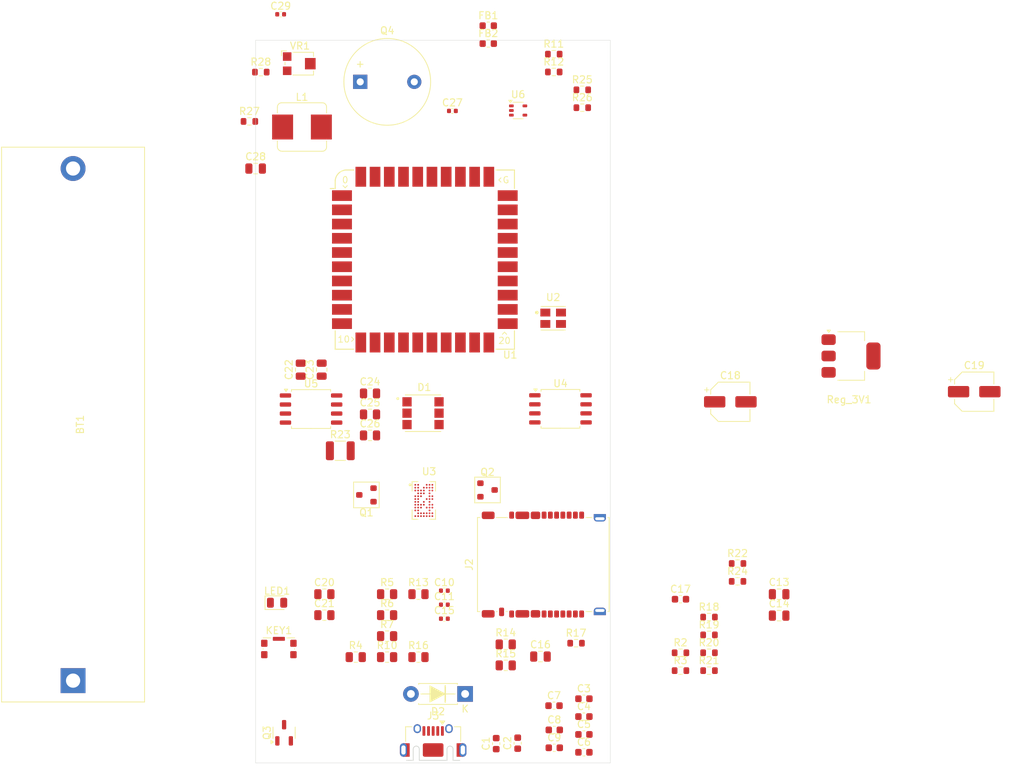
<source format=kicad_pcb>
(kicad_pcb (version 20240108) (generator "pcbnew") (generator_version "8.0")
  (layers (0 "F.Cu" signal) (31 "B.Cu" signal) (34 "B.Paste" user) (35 "F.Paste" user) (36 "B.SilkS" user "B.Silkscreen") (37 "F.SilkS" user "F.Silkscreen") (38 "B.Mask" user) (39 "F.Mask" user) (44 "Edge.Cuts" user))
  (net 0 "")
  (net 1 "V_BAT +")
  (net 2 "GND")
  (net 3 "GNDA")
  (net 4 "Net-(C15-P$1)")
  (net 5 "VSYS")
  (net 6 "Net-(C20-Pad1)")
  (net 7 "Net-(U5-BAT)")
  (net 8 "Net-(Q3-D)")
  (net 9 "D+")
  (net 10 "VBUS")
  (net 11 "D-")
  (net 12 "Net-(D1-Pad6)")
  (net 13 "Net-(C27-P$2)")
  (net 14 "Net-(C27-P$1)")
  (net 15 "Net-(D1-Pad5)")
  (net 16 "Net-(C28-P$1)")
  (net 17 "+3V3")
  (net 18 "Net-(D1-Pad4)")
  (net 19 "Net-(U1-XIN)")
  (net 20 "Net-(C14-Pad2)")
  (net 21 "Net-(C29-P$2)")
  (net 22 "+3.3V")
  (net 23 "+1V1")
  (net 25 "Net-(U1-USB_DP)")
  (net 26 "Net-(U1-USB_DM)")
  (net 27 "Net-(J1-Pin_1)")
  (net 28 "Net-(U1-XOUT)")
  (net 29 "/GPIO028")
  (net 30 "/GPIO011")
  (net 31 "/GPIO013")
  (net 32 "/GPIO012")
  (net 36 "Net-(D2-A)")
  (net 38 "AVCC")
  (net 40 "GNDREF")
  (net 41 "Net-(Q1-B)")
  (net 50 "Net-(BZ1--)")
  (net 54 "Net-(KEY1-Pad1)")
  (net 57 "Net-(U5-SW)")
  (net 65 "Net-(LED1-A)")
  (net 67 "Net-(BZ3--)")
  (net 68 "Net-(Q2-B)")
  (net 69 "Net-(Q3-G)")
  (net 70 "/GPIO010")
  (net 71 "/GPIO021")
  (net 72 "Net-(J2-DAT2)")
  (net 73 "Net-(J2-DAT1)")
  (net 74 "Net-(U4-~{CS})")
  (net 75 "/GPI017")
  (net 76 "Net-(U5-KEY)")
  (net 77 "Net-(VR1-E)")
  (net 78 "/GPI022")
  (net 79 "/GPIO015")
  (net 80 "/GPIO014")
  (net 81 "/GPI018")
  (net 82 "/GPI019")
  (net 87 "Net-(U3-SDIO_DATA_1)")
  (net 88 "Net-(U3-SDIO_DATA_0)")
  (net 91 "WL_CMD")
  (net 94 "GPIO_1")
  (net 102 "GPIO_2")
  (net 123 "WL_CS")
  (net 126 "GPIO_0")
  (net 129 "WL_CLK")
  (net 135 "WL_ON")
  (net 143 "/QSPI_SD0")
  (net 144 "/QSPI_SD2")
  (net 145 "/QSPI_SD3")
  (net 146 "/CLK")
  (net 147 "/QSPI_SD1")
  (net 148 "Net-(LED4-A)")
  (net 149 "Net-(LED2-K)")
  (net 150 "Net-(LED2-A)")
  (footprint "Capacitor_SMD:CP_Elec_5x5.9" (layer "F.Cu") (at 178.5874 99.8728)
    (property "Reference" "C19" (at 0 -3.7 0) (layer "F.SilkS"))
    (property "Value" "C_Polarized_Small")
    (pad "1" smd roundrect (at -2.2 0) (size 3 1.6) (layers "F.Cu" "F.Paste" "F.Mask") (roundrect_rratio 0.15625) (net 22 "+3.3V"))
    (pad "2" smd roundrect (at 2.2 0) (size 3 1.6) (layers "F.Cu" "F.Paste" "F.Mask") (roundrect_rratio 0.15625) (net 2 "GND"))
  )
  (footprint "Inductor_SMD:L_Bourns_SRP7028A_7.3x6.6mm" (layer "F.Cu") (at 84.074 62.6618)
    (property "Reference" "L1" (at 0 -4.2 0) (layer "F.SilkS"))
    (property "Value" "1uH")
    (pad "1" smd rect (at -2.725 0) (size 2.95 3.5) (layers "F.Cu" "F.Paste" "F.Mask") (net 57 "Net-(U5-SW)"))
    (pad "2" smd rect (at 2.725 0) (size 2.95 3.5) (layers "F.Cu" "F.Paste" "F.Mask") (net 1 "V_BAT +"))
  )
  (footprint "Package_TO_SOT_SMD:SOT-353_SC-70-5" (layer "F.Cu") (at 114.4626 60.34)
    (property "Reference" "U6" (at 0 -2.25 0) (layer "F.SilkS"))
    (property "Value" "MAX4466EXK+T")
    (pad "1" smd roundrect (at -0.95 -0.65) (size 0.65 0.4) (layers "F.Cu" "F.Paste" "F.Mask") (net 13 "Net-(C27-P$2)"))
    (pad "2" smd roundrect (at -0.95 0) (size 0.65 0.4) (layers "F.Cu" "F.Paste" "F.Mask") (net 3 "GNDA"))
    (pad "3" smd roundrect (at -0.95 0.65) (size 0.65 0.4) (layers "F.Cu" "F.Paste" "F.Mask") (net 21 "Net-(C29-P$2)"))
    (pad "4" smd roundrect (at 0.95 0.65) (size 0.65 0.4) (layers "F.Cu" "F.Paste" "F.Mask"))
    (pad "5" smd roundrect (at 0.95 -0.65) (size 0.65 0.4) (layers "F.Cu" "F.Paste" "F.Mask") (net 38 "AVCC"))
  )
  (footprint "Capacitor_SMD:C_0603_1608Metric" (layer "F.Cu") (at 123.7104 145.5512)
    (property "Reference" "C4" (at 0 -1.43 0) (layer "F.SilkS"))
    (property "Value" "100n")
    (pad "1" smd roundrect (at -0.775 0) (size 0.9 0.95) (layers "F.Cu" "F.Paste" "F.Mask") (net 22 "+3.3V"))
    (pad "2" smd roundrect (at 0.775 0) (size 0.9 0.95) (layers "F.Cu" "F.Paste" "F.Mask") (net 2 "GND"))
  )
  (footprint "Battery:BatteryHolder_MPD_BH-18650-PC2" (layer "F.Cu") (at 51.8922 140.4964 90)
    (property "Reference" "BT1" (at 36 1 90) (layer "F.SilkS"))
    (property "Value" "Battery_Cell")
    (pad "" np_thru_hole circle (at 8.645 0 90) (size 3.2 3.2) (drill 3.2) (layers "*.Cu" "*.Mask"))
    (pad "" np_thru_hole circle (at 64.255 0 90) (size 3.2 3.2) (drill 3.2) (layers "*.Cu" "*.Mask"))
    (pad "1" thru_hole rect (at 0 0 90) (size 3.5 3.5) (drill 2) (layers "*.Cu" "*.Mask") (net 1 "V_BAT +"))
    (pad "2" thru_hole circle (at 72 0 90) (size 3.5 3.5) (drill 2) (layers "*.Cu" "*.Mask") (net 2 "GND"))
  )
  (footprint "Resistor_SMD:R_0805_2012Metric" (layer "F.Cu") (at 100.4517 128.339)
    (property "Reference" "R13" (at 0 -1.65 0) (layer "F.SilkS"))
    (property "Value" "330")
    (pad "1" smd roundrect (at -0.9125 0) (size 1.025 1.4) (layers "F.Cu" "F.Paste" "F.Mask") (roundrect_rratio 0.243902) (net 71 "/GPIO021"))
    (pad "2" smd roundrect (at 0.9125 0) (size 1.025 1.4) (layers "F.Cu" "F.Paste" "F.Mask") (roundrect_rratio 0.243902) (net 68 "Net-(Q2-B)"))
  )
  (footprint "Resistor_SMD:R_0603_1608Metric" (layer "F.Cu") (at 137.2902 136.5804)
    (property "Reference" "R2" (at 0 -1.43 0) (layer "F.SilkS"))
    (property "Value" "27.4")
    (pad "1" smd roundrect (at -0.825 0) (size 0.8 0.95) (layers "F.Cu" "F.Paste" "F.Mask") (net 25 "Net-(U1-USB_DP)"))
    (pad "2" smd roundrect (at 0.825 0) (size 0.8 0.95) (layers "F.Cu" "F.Paste" "F.Mask") (net 9 "D+"))
  )
  (footprint "Package_SO:SOIC-8_5.23x5.23mm_P1.27mm" (layer "F.Cu") (at 120.4146 102.2858)
    (property "Reference" "U4" (at 0 -3.56 0) (layer "F.SilkS"))
    (property "Value" "W25Q128JVS")
    (pad "1" smd roundrect (at -3.6 -1.905) (size 1.6 0.6) (layers "F.Cu" "F.Paste" "F.Mask") (net 74 "Net-(U4-~{CS})"))
    (pad "2" smd roundrect (at -3.6 -0.635) (size 1.6 0.6) (layers "F.Cu" "F.Paste" "F.Mask") (net 147 "/QSPI_SD1"))
    (pad "3" smd roundrect (at -3.6 0.635) (size 1.6 0.6) (layers "F.Cu" "F.Paste" "F.Mask") (net 144 "/QSPI_SD2"))
    (pad "4" smd roundrect (at -3.6 1.905) (size 1.6 0.6) (layers "F.Cu" "F.Paste" "F.Mask") (net 2 "GND"))
    (pad "5" smd roundrect (at 3.6 1.905) (size 1.6 0.6) (layers "F.Cu" "F.Paste" "F.Mask") (net 143 "/QSPI_SD0"))
    (pad "6" smd roundrect (at 3.6 0.635) (size 1.6 0.6) (layers "F.Cu" "F.Paste" "F.Mask") (net 146 "/CLK"))
    (pad "7" smd roundrect (at 3.6 -0.635) (size 1.6 0.6) (layers "F.Cu" "F.Paste" "F.Mask") (net 145 "/QSPI_SD3"))
    (pad "8" smd roundrect (at 3.6 -1.905) (size 1.6 0.6) (layers "F.Cu" "F.Paste" "F.Mask") (net 17 "+3V3"))
  )
  (footprint "Capacitor_SMD:C_0402_1005Metric" (layer "F.Cu") (at 105.2215 60.4016)
    (property "Reference" "C27" (at 0 -1.16 0) (layer "F.SilkS"))
    (property "Value" "0.01uF")
    (pad "1" smd roundrect (at -0.48 0) (size 0.56 0.62) (layers "F.Cu" "F.Paste" "F.Mask") (net 14 "Net-(C27-P$1)"))
    (pad "2" smd roundrect (at 0.48 0) (size 0.56 0.62) (layers "F.Cu" "F.Paste" "F.Mask") (net 13 "Net-(C27-P$2)"))
  )
  (footprint "Capacitor_SMD:C_0603_1608Metric" (layer "F.Cu") (at 123.7104 143.0412)
    (property "Reference" "C3" (at 0 -1.43 0) (layer "F.SilkS"))
    (property "Value" "100n")
    (pad "1" smd roundrect (at -0.775 0) (size 0.9 0.95) (layers "F.Cu" "F.Paste" "F.Mask") (net 22 "+3.3V"))
    (pad "2" smd roundrect (at 0.775 0) (size 0.9 0.95) (layers "F.Cu" "F.Paste" "F.Mask") (net 2 "GND"))
  )
  (footprint "Resistor_SMD:R_1210_3225Metric" (layer "F.Cu") (at 89.4588 108.1786)
    (property "Reference" "R23" (at 0 -2.28 0) (layer "F.SilkS"))
    (property "Value" "100R")
    (pad "1" smd roundrect (at -1.4625 0) (size 1.125 2.65) (layers "F.Cu" "F.Paste" "F.Mask") (roundrect_rratio 0.222222) (net 8 "Net-(Q3-D)"))
    (pad "2" smd roundrect (at 1.4625 0) (size 1.125 2.65) (layers "F.Cu" "F.Paste" "F.Mask") (roundrect_rratio 0.222222) (net 2 "GND"))
  )
  (footprint "Button_Switch_SMD:SW_SPST_CK_KMS2xxGP" (layer "F.Cu") (at 80.8228 136.045)
    (property "Reference" "KEY1" (at 0 -2.6 0) (layer "F.SilkS"))
    (property "Value" "TS24CA")
    (pad "" np_thru_hole circle (at -0.975 0.75) (size 0.9 0.9) (drill 0.9) (layers "F&B.Cu" "*.Mask"))
    (pad "" np_thru_hole circle (at 0.975 0.75) (size 0.9 0.9) (drill 0.9) (layers "F&B.Cu" "*.Mask"))
    (pad "1" smd roundrect (at -2.05 -0.8) (size 0.9 1) (layers "F.Cu" "F.Paste" "F.Mask") (roundrect_rratio 0.15) (net 54 "Net-(KEY1-Pad1)"))
    (pad "1" smd roundrect (at 2.05 -0.8) (size 0.9 1) (layers "F.Cu" "F.Paste" "F.Mask") (roundrect_rratio 0.15) (net 54 "Net-(KEY1-Pad1)"))
    (pad "2" smd roundrect (at -2.05 0.8) (size 0.9 1) (layers "F.Cu" "F.Paste" "F.Mask") (roundrect_rratio 0.15))
    (pad "2" smd roundrect (at 2.05 0.8) (size 0.9 1) (layers "F.Cu" "F.Paste" "F.Mask") (roundrect_rratio 0.15))
    (pad "SH" smd roundrect (at 0 -1.425) (size 1.7 0.55) (layers "F.Cu" "F.Paste" "F.Mask") (roundrect_rratio 0.15))
  )
  (footprint "Resistor_SMD:R_0805_2012Metric" (layer "F.Cu") (at 96.0417 137.189)
    (property "Reference" "R10" (at 0 -1.65 0) (layer "F.SilkS"))
    (property "Value" "330")
    (pad "1" smd roundrect (at -0.9125 0) (size 1.025 1.4) (layers "F.Cu" "F.Paste" "F.Mask") (roundrect_rratio 0.243902) (net 70 "/GPIO010"))
    (pad "2" smd roundrect (at 0.9125 0) (size 1.025 1.4) (layers "F.Cu" "F.Paste" "F.Mask") (roundrect_rratio 0.243902) (net 41 "Net-(Q1-B)"))
  )
  (footprint "Capacitor_SMD:C_0402_1005Metric" (layer "F.Cu") (at 104.0917 127.849)
    (property "Reference" "C10" (at 0 -1.16 0) (layer "F.SilkS"))
    (property "Value" "1u")
    (pad "1" smd roundrect (at -0.48 0) (size 0.56 0.62) (layers "F.Cu" "F.Paste" "F.Mask") (net 23 "+1V1"))
    (pad "2" smd roundrect (at 0.48 0) (size 0.56 0.62) (layers "F.Cu" "F.Paste" "F.Mask") (net 2 "GND"))
  )
  (footprint "Resistor_SMD:R_0603_1608Metric" (layer "F.Cu") (at 141.3002 131.5604)
    (property "Reference" "R18" (at 0 -1.43 0) (layer "F.SilkS"))
    (property "Value" "0R")
    (pad "1" smd roundrect (at -0.825 0) (size 0.8 0.95) (layers "F.Cu" "F.Paste" "F.Mask") (net 10 "VBUS"))
    (pad "2" smd roundrect (at 0.825 0) (size 0.8 0.95) (layers "F.Cu" "F.Paste" "F.Mask") (net 69 "Net-(Q3-G)"))
  )
  (footprint "Resistor_SMD:R_0603_1608Metric" (layer "F.Cu") (at 123.4816 59.944)
    (property "Reference" "R26" (at 0 -1.43 0) (layer "F.SilkS"))
    (property "Value" "1M")
    (pad "1" smd roundrect (at -0.825 0) (size 0.8 0.95) (layers "F.Cu" "F.Paste" "F.Mask") (net 3 "GNDA"))
    (pad "2" smd roundrect (at 0.825 0) (size 0.8 0.95) (layers "F.Cu" "F.Paste" "F.Mask") (net 13 "Net-(C27-P$2)"))
  )
  (footprint "Resistor_SMD:R_0603_1608Metric" (layer "F.Cu") (at 141.3002 136.5804)
    (property "Reference" "R20" (at 0 -1.43 0) (layer "F.SilkS"))
    (property "Value" "2R")
    (pad "1" smd roundrect (at -0.825 0) (size 0.8 0.95) (layers "F.Cu" "F.Paste" "F.Mask") (net 6 "Net-(C20-Pad1)"))
    (pad "2" smd roundrect (at 0.825 0) (size 0.8 0.95) (layers "F.Cu" "F.Paste" "F.Mask") (net 10 "VBUS"))
  )
  (footprint "Potentiometer_SMD:Potentiometer_Bourns_TC33X_Vertical" (layer "F.Cu") (at 83.7912 53.7558)
    (property "Reference" "VR1" (at 0 -2.5 0) (layer "F.SilkS"))
    (property "Value" "TC33X-2-104E (100K)")
    (pad "1" smd rect (at -1.8 -1) (size 1.2 1.2) (layers "F.Cu" "F.Paste" "F.Mask") (net 29 "/GPIO028"))
    (pad "2" smd rect (at 1.45 0) (size 1.5 1.6) (layers "F.Cu" "F.Paste" "F.Mask") (net 29 "/GPIO028"))
    (pad "3" smd rect (at -1.8 1) (size 1.2 1.2) (layers "F.Cu" "F.Paste" "F.Mask") (net 77 "Net-(VR1-E)"))
  )
  (footprint "Resistor_SMD:R_0603_1608Metric" (layer "F.Cu") (at 145.3102 126.5404)
    (property "Reference" "R24" (at 0 -1.43 0) (layer "F.SilkS"))
    (property "Value" "10k")
    (pad "1" smd roundrect (at -0.825 0) (size 0.8 0.95) (layers "F.Cu" "F.Paste" "F.Mask") (net 54 "Net-(KEY1-Pad1)"))
    (pad "2" smd roundrect (at 0.825 0) (size 0.8 0.95) (layers "F.Cu" "F.Paste" "F.Mask") (net 76 "Net-(U5-KEY)"))
  )
  (footprint "ABM8-272-T3:ABM8-272-T3" (layer "F.Cu") (at 119.3878 89.5476)
    (property "Reference" "U2" (at 0 -2.934 0) (layer "F.SilkS"))
    (property "Value" "ABM8-272-T3")
    (pad "1" smd rect (at -1.1 -0.8) (size 1.4 1.1) (layers "F.Cu" "F.Paste" "F.Mask") (net 19 "Net-(U1-XIN)"))
    (pad "2" smd rect (at -1.1 0.8) (size 1.4 1.1) (layers "F.Cu" "F.Paste" "F.Mask") (net 2 "GND"))
    (pad "3" smd rect (at 1.1 0.8) (size 1.4 1.1) (layers "F.Cu" "F.Paste" "F.Mask") (net 20 "Net-(C14-Pad2)"))
    (pad "4" smd rect (at 1.1 -0.8) (size 1.4 1.1) (layers "F.Cu" "F.Paste" "F.Mask") (net 2 "GND"))
  )
  (footprint "Capacitor_SMD:C_0603_1608Metric" (layer "F.Cu") (at 119.5448 147.4262)
    (property "Reference" "C8" (at 0 -1.43 0) (layer "F.SilkS"))
    (property "Value" "100n")
    (pad "1" smd roundrect (at -0.775 0) (size 0.9 0.95) (layers "F.Cu" "F.Paste" "F.Mask") (net 22 "+3.3V"))
    (pad "2" smd roundrect (at 0.775 0) (size 0.9 0.95) (layers "F.Cu" "F.Paste" "F.Mask") (net 2 "GND"))
  )
  (footprint "Resistor_SMD:R_0805_2012Metric" (layer "F.Cu") (at 86.8426 96.7759 90)
    (property "Reference" "C23" (at 0 -1.65 90) (layer "F.SilkS"))
    (property "Value" "10u")
    (pad "1" smd roundrect (at -0.9125 0 90) (size 1.025 1.4) (layers "F.Cu" "F.Paste" "F.Mask") (roundrect_rratio 0.243902) (net 7 "Net-(U5-BAT)"))
    (pad "2" smd roundrect (at 0.9125 0 90) (size 1.025 1.4) (layers "F.Cu" "F.Paste" "F.Mask") (roundrect_rratio 0.243902) (net 2 "GND"))
  )
  (footprint "PCM_Diode_THT_AKL:D_DO-41_SOD81_P7.62mm_Horizontal" (layer "F.Cu") (at 107.0102 142.367 180)
    (property "Reference" "D2" (at 3.81 -2.47 360) (layer "F.SilkS"))
    (property "Value" "1N5819" (hide yes))
    (fp_text user "K" (at 0 -2.1 360) (layer "F.SilkS"))
    (pad "1" thru_hole rect (at 0 0 180) (size 2.2 2.2) (drill 1.1) (layers "*.Cu" "*.Mask") (net 10 "VBUS"))
    (pad "2" thru_hole oval (at 7.62 0 180) (size 2.2 2.2) (drill 1.1) (layers "*.Cu" "*.Mask") (net 36 "Net-(D2-A)"))
  )
  (footprint "Capacitor_SMD:C_0805_2012Metric" (layer "F.Cu") (at 151.1554 128.346)
    (property "Reference" "C13" (at 0 -1.68 0) (layer "F.SilkS"))
    (property "Value" "15p")
    (pad "1" smd roundrect (at -0.95 0) (size 1 1.45) (layers "F.Cu" "F.Paste" "F.Mask") (net 2 "GND"))
    (pad "2" smd roundrect (at 0.95 0) (size 1 1.45) (layers "F.Cu" "F.Paste" "F.Mask") (net 19 "Net-(U1-XIN)"))
  )
  (footprint "LTST-G563ZEGBW:LED_LTST-G563ZEGBW" (layer "F.Cu") (at 101.092 102.8954)
    (property "Reference" "D1" (at 0.175 -3.635 0) (layer "F.SilkS"))
    (property "Value" "LTST-G563ZEGBW")
    (pad "1" smd rect (at -2.25 -1.6) (size 1.3 1.3) (layers "F.Cu" "F.Paste" "F.Mask") (net 31 "/GPIO013"))
    (pad "2" smd rect (at -2.25 0) (size 1.3 1.3) (layers "F.Cu" "F.Paste" "F.Mask") (net 30 "/GPIO011"))
    (pad "3" smd rect (at -2.25 1.6) (size 1.3 1.3) (layers "F.Cu" "F.Paste" "F.Mask") (net 32 "/GPIO012"))
    (pad "4" smd rect (at 2.25 1.6) (size 1.3 1.3) (layers "F.Cu" "F.Paste" "F.Mask") (net 18 "Net-(D1-Pad4)"))
    (pad "5" smd rect (at 2.25 0) (size 1.3 1.3) (layers "F.Cu" "F.Paste" "F.Mask") (net 15 "Net-(D1-Pad5)"))
    (pad "6" smd rect (at 2.25 -1.6) (size 1.3 1.3) (layers "F.Cu" "F.Paste" "F.Mask") (net 12 "Net-(D1-Pad6)"))
  )
  (footprint "Capacitor_SMD:C_0603_1608Metric" (layer "F.Cu") (at 111.379 149.352 90)
    (property "Reference" "C1" (at 0 -1.43 90) (layer "F.SilkS"))
    (property "Value" "100n")
    (pad "1" smd roundrect (at -0.775 0 90) (size 0.9 0.95) (layers "F.Cu" "F.Paste" "F.Mask") (net 23 "+1V1"))
    (pad "2" smd roundrect (at 0.775 0 90) (size 0.9 0.95) (layers "F.Cu" "F.Paste" "F.Mask") (net 2 "GND"))
  )
  (footprint "Resistor_SMD:R_0805_2012Metric" (layer "F.Cu") (at 96.0417 134.239)
    (property "Reference" "R7" (at 0 -1.65 0) (layer "F.SilkS"))
    (property "Value" "220")
    (pad "1" smd roundrect (at -0.9125 0) (size 1.025 1.4) (layers "F.Cu" "F.Paste" "F.Mask") (roundrect_rratio 0.243902) (net 2 "GND"))
    (pad "2" smd roundrect (at 0.9125 0) (size 1.025 1.4) (layers "F.Cu" "F.Paste" "F.Mask") (roundrect_rratio 0.243902) (net 12 "Net-(D1-Pad6)"))
  )
  (footprint "Package_TO_SOT_SMD:SOT-223" (layer "F.Cu") (at 161.2646 94.8557)
    (property "Reference" "Reg_3V1" (at -0.2798 6.1328 0) (layer "F.SilkS"))
    (property "Value" "3.3v_smd")
    (pad "1" smd roundrect (at -3.15 -2.3) (size 2 1.5) (layers "F.Cu" "F.Paste" "F.Mask") (net 2 "GND"))
    (pad "2" smd roundrect (at -3.15 0) (size 2 1.5) (layers "F.Cu" "F.Paste" "F.Mask") (net 22 "+3.3V"))
    (pad "3" smd roundrect (at -3.15 2.3) (size 2 1.5) (layers "F.Cu" "F.Paste" "F.Mask") (net 5 "VSYS"))
    (pad "4" smd roundrect (at 3.15 0) (size 2 3.8) (layers "F.Cu" "F.Paste" "F.Mask") (net 22 "+3.3V"))
  )
  (footprint "Capacitor_SMD:C_0402_1005Metric" (layer "F.Cu") (at 104.0917 131.789)
    (property "Reference" "C15" (at 0 -1.16 0) (layer "F.SilkS"))
    (property "Value" "0.1µF")
    (pad "1" smd roundrect (at -0.48 0) (size 0.56 0.62) (layers "F.Cu" "F.Paste" "F.Mask") (net 4 "Net-(C15-P$1)"))
    (pad "2" smd roundrect (at 0.48 0) (size 0.56 0.62) (layers "F.Cu" "F.Paste" "F.Mask") (net 3 "GNDA"))
  )
  (footprint "Connector_USB:USB_Micro-AB_Molex_47590-0001" (layer "F.Cu") (at 102.5144 150.5992)
    (property "Reference" "J3" (at 0 -5.15 180) (layer "F.SilkS"))
    (property "Value" "USB_B_Micro")
    (fp_line (start -3.75 1.1) (end -2.8 1.1) (stroke (width 0.1)) (layer "Edge.Cuts"))
    (fp_line (start -2.8 -0.475) (end -2.8 1.1) (stroke (width 0.1)) (layer "Edge.Cuts"))
    (fp_line (start -1.95 -0.475) (end -1.95 1.1) (stroke (width 0.1)) (layer "Edge.Cuts"))
    (fp_line (start -1.95 1.1) (end 1.95 1.1) (stroke (width 0.1)) (layer "Edge.Cuts"))
    (fp_line (start 1.95 -0.475) (end 1.95 1.1) (stroke (width 0.1)) (layer "Edge.Cuts"))
    (fp_line (start 2.8 -0.475) (end 2.8 1.1) (stroke (width 0.1)) (layer "Edge.Cuts"))
    (fp_line (start 2.8 1.1) (end 3.75 1.1) (stroke (width 0.1)) (layer "Edge.Cuts"))
    (fp_arc (start -2.8 -0.475) (mid -2.375 -0.9) (end -1.95 -0.475) (stroke (width 0.1)) (layer "Edge.Cuts"))
    (fp_arc (start 1.95 -0.475) (mid 2.375 -0.9) (end 2.8 -0.475) (stroke (width 0.1)) (layer "Edge.Cuts"))
    (pad "1" smd roundrect (at 1.3 -3.025) (size 0.4 1.35) (layers "F.Cu" "F.Paste" "F.Mask") (net 36 "Net-(D2-A)"))
    (pad "2" smd roundrect (at 0.65 -3.025) (size 0.4 1.35) (layers "F.Cu" "F.Paste" "F.Mask") (net 11 "D-"))
    (pad "3" smd roundrect (at 0 -3.025) (size 0.4 1.35) (layers "F.Cu" "F.Paste" "F.Mask") (net 9 "D+"))
    (pad "4" smd roundrect (at -0.65 -3.025) (size 0.4 1.35) (layers "F.Cu" "F.Paste" "F.Mask"))
    (pad "5" smd roundrect (at -1.3 -3.025) (size 0.4 1.35) (layers "F.Cu" "F.Paste" "F.Mask") (net 2 "GND"))
    (pad "6" thru_hole oval (at -4.175 -0.35) (size 1 1.9) (drill oval 0.6 1.3) (property pad_prop_heatsink) (layers "*.Cu" "*.Mask") (net 2 "GND"))
    (pad "6" smd rect (at -3.7375 -0.35) (size 0.875 1.9) (layers "F.Cu" "F.Mask") (net 2 "GND"))
    (pad "6" thru_hole oval (at -2.225 -3.35) (size 1.05 1.25) (drill oval 0.65 0.85) (property pad_prop_heatsink) (layers "*.Cu" "*.Mask") (net 2 "GND"))
    (pad "6" smd roundrect (at 0 -0.35) (size 2.9 1.9) (layers "F.Cu" "F.Paste" "F.Mask") (roundrect_rratio 0.1315789474) (net 2 "GND"))
    (pad "6" thru_hole oval (at 2.225 -3.35) (size 1.05 1.25) (drill oval 0.65 0.85) (property pad_prop_heatsink) (layers "*.Cu" "*.Mask") (net 2 "GND"))
    (pad "6" smd rect (at 3.7375 -0.35) (size 0.875 1.9) (layers "F.Cu" "F.Mask") (net 2 "GND"))
    (pad "6" thru_hole oval (at 4.175 -0.35) (size 1 1.9) (drill oval 0.6 1.3) (property pad_prop_heatsink) (layers "*.Cu" "*.Mask") (net 2 "GND"))
  )
  (footprint "Resistor_SMD:R_0603_1608Metric" (layer "F.Cu") (at 141.3002 134.0704)
    (property "Reference" "R19" (at 0 -1.43 0) (layer "F.SilkS"))
    (property "Value" "10k")
    (pad "1" smd roundrect (at -0.825 0) (size 0.8 0.95) (layers "F.Cu" "F.Paste" "F.Mask") (net 10 "VBUS"))
    (pad "2" smd roundrect (at 0.825 0) (size 0.8 0.95) (layers "F.Cu" "F.Paste" "F.Mask") (net 40 "GNDREF"))
  )
  (footprint "Resistor_SMD:R_0805_2012Metric" (layer "F.Cu") (at 112.7199 138.3538)
    (property "Reference" "R15" (at 0 -1.65 0) (layer "F.SilkS"))
    (property "Value" "10k")
    (pad "1" smd roundrect (at -0.9125 0) (size 1.025 1.4) (layers "F.Cu" "F.Paste" "F.Mask") (roundrect_rratio 0.243902) (net 73 "Net-(J2-DAT1)"))
    (pad "2" smd roundrect (at 0.9125 0) (size 1.025 1.4) (layers "F.Cu" "F.Paste" "F.Mask") (roundrect_rratio 0.243902) (net 22 "+3.3V"))
  )
  (footprint "Capacitor_SMD:C_0805_2012Metric" (layer "F.Cu") (at 117.602 137.1092)
    (property "Reference" "C16" (at 0 -1.68 0) (layer "F.SilkS"))
    (property "Value" "10u")
    (pad "1" smd roundrect (at -0.95 0) (size 1 1.45) (layers "F.Cu" "F.Paste" "F.Mask") (net 22 "+3.3V"))
    (pad "2" smd roundrect (at 0.95 0) (size 1 1.45) (layers "F.Cu" "F.Paste" "F.Mask") (net 2 "GND"))
  )
  (footprint "Buzzer_Beeper:Buzzer_12x9.5RM7.6" (layer "F.Cu") (at 92.2628 56.3118)
    (property "Reference" "Q4" (at 3.8 -7.2 0) (layer "F.SilkS"))
    (property "Value" "CMA-4544PF-W")
    (fp_text user "+" (at -0.01 -2.54 0) (layer "F.SilkS"))
    (pad "1" thru_hole rect (at 0 0) (size 2 2) (drill 1) (layers "*.Cu" "*.Mask") (net 14 "Net-(C27-P$1)"))
    (pad "2" thru_hole circle (at 7.6 0) (size 2 2) (drill 1) (layers "*.Cu" "*.Mask") (net 3 "GNDA"))
  )
  (footprint "Capacitor_SMD:C_0603_1608Metric" (layer "F.Cu") (at 119.507 144.018)
    (property "Reference" "C7" (at 0 -1.43 0) (layer "F.SilkS"))
    (property "Value" "100n")
    (pad "1" smd roundrect (at -0.775 0) (size 0.9 0.95) (layers "F.Cu" "F.Paste" "F.Mask") (net 22 "+3.3V"))
    (pad "2" smd roundrect (at 0.775 0) (size 0.9 0.95) (layers "F.Cu" "F.Paste" "F.Mask") (net 2 "GND"))
  )
  (footprint "Capacitor_SMD:C_0603_1608Metric" (layer "F.Cu") (at 123.7104 150.5712)
    (property "Reference" "C6" (at 0 -1.43 0) (layer "F.SilkS"))
    (property "Value" "100n")
    (pad "1" smd roundrect (at -0.775 0) (size 0.9 0.95) (layers "F.Cu" "F.Paste" "F.Mask") (net 22 "+3.3V"))
    (pad "2" smd roundrect (at 0.775 0) (size 0.9 0.95) (layers "F.Cu" "F.Paste" "F.Mask") (net 2 "GND"))
  )
  (footprint "Inductor_SMD:L_0603_1608Metric" (layer "F.Cu") (at 110.2614 48.417)
    (property "Reference" "FB1" (at 0 -1.43 0) (layer "F.SilkS"))
    (property "Value" "FERRITE")
    (pad "1" smd roundrect (at -0.7875 0) (size 0.875 0.95) (layers "F.Cu" "F.Paste" "F.Mask") (net 38 "AVCC"))
    (pad "2" smd roundrect (at 0.7875 0) (size 0.875 0.95) (layers "F.Cu" "F.Paste" "F.Mask") (net 22 "+3.3V"))
  )
  (footprint "RP2040_Stamp:RP2xxx_Stamp_SMD" (layer "F.Cu") (at 101.346 81.3054)
    (property "Reference" "U1" (at 12 13.4 0) (layer "F.SilkS"))
    (property "Value" "RP2040")
    (fp_text user "G" (at 11.4 -11.2 0) (layer "F.SilkS") (effects (font (size 0.9 0.9) (thickness 0.12))))
    (fp_text user "20" (at 11.2 11.4 0) (layer "F.SilkS") (effects (font (size 0.9 0.9) (thickness 0.12))))
    (fp_text user "10" (at -11.4 11.2 0) (layer "F.SilkS") (effects (font (size 0.9 0.9) (thickness 0.12))))
    (fp_text user "0" (at -11.2 -11.2 0) (layer "F.SilkS") (effects (font (size 0.9 0.9) (thickness 0.12))))
    (pad "1" smd rect (at -11.65 -9) (size 2.8 1.5) (layers "F.Cu" "F.Paste" "F.Mask") (net 2 "GND"))
    (pad "2" smd rect (at -11.65 -7) (size 2.8 1.5) (layers "F.Cu" "F.Paste" "F.Mask"))
    (pad "3" smd rect (at -11.65 -5) (size 2.8 1.5) (layers "F.Cu" "F.Paste" "F.Mask"))
    (pad "4" smd rect (at -11.65 -3) (size 2.8 1.5) (layers "F.Cu" "F.Paste" "F.Mask"))
    (pad "5" smd rect (at -11.65 -1) (size 2.8 1.5) (layers "F.Cu" "F.Paste" "F.Mask"))
    (pad "6" smd rect (at -11.65 1) (size 2.8 1.5) (layers "F.Cu" "F.Paste" "F.Mask"))
    (pad "7" smd rect (at -11.65 3) (size 2.8 1.5) (layers "F.Cu" "F.Paste" "F.Mask"))
    (pad "8" smd rect (at -11.65 5) (size 2.8 1.5) (layers "F.Cu" "F.Paste" "F.Mask"))
    (pad "9" smd rect (at -11.65 7) (size 2.8 1.5) (layers "F.Cu" "F.Paste" "F.Mask"))
    (pad "10" smd rect (at -11.65 9) (size 2.8 1.5) (layers "F.Cu" "F.Paste" "F.Mask") (net 2 "GND"))
    (pad "11" smd rect (at -9 11.65 270) (size 2.8 1.5) (layers "F.Cu" "F.Paste" "F.Mask"))
    (pad "12" smd rect (at -7 11.65 270) (size 2.8 1.5) (layers "F.Cu" "F.Paste" "F.Mask"))
    (pad "13" smd rect (at -5 11.65 270) (size 2.8 1.5) (layers "F.Cu" "F.Paste" "F.Mask") (net 70 "/GPIO010"))
    (pad "14" smd rect (at -3 11.65 270) (size 2.8 1.5) (layers "F.Cu" "F.Paste" "F.Mask") (net 30 "/GPIO011"))
    (pad "15" smd rect (at -1 11.65 270) (size 2.8 1.5) (layers "F.Cu" "F.Paste" "F.Mask") (net 32 "/GPIO012"))
    (pad "16" smd rect (at 1 11.65 270) (size 2.8 1.5) (layers "F.Cu" "F.Paste" "F.Mask") (net 31 "/GPIO013"))
    (pad "17" smd rect (at 3 11.65 270) (size 2.8 1.5) (layers "F.Cu" "F.Paste" "F.Mask") (net 80 "/GPIO014"))
    (pad "18" smd rect (at 5 11.65 270) (size 2.8 1.5) (layers "F.Cu" "F.Paste" "F.Mask") (net 79 "/GPIO015"))
    (pad "19" smd rect (at 7 11.65 270) (size 2.8 1.5) (layers "F.Cu" "F.Paste" "F.Mask"))
    (pad "20" smd rect (at 9 11.65 270) (size 2.8 1.5) (layers "F.Cu" "F.Paste" "F.Mask") (net 19 "Net-(U1-XIN)"))
    (pad "21" smd rect (at 11.65 9) (size 2.8 1.5) (layers "F.Cu" "F.Paste" "F.Mask") (net 28 "Net-(U1-XOUT)"))
    (pad "22" smd rect (at 11.65 7) (size 2.8 1.5) (layers "F.Cu" "F.Paste" "F.Mask") (net 2 "GND"))
    (pad "23" smd rect (at 11.65 5) (size 2.8 1.5) (layers "F.Cu" "F.Paste" "F.Mask") (net 23 "+1V1"))
    (pad "24" smd rect (at 11.65 3) (size 2.8 1.5) (layers "F.Cu" "F.Paste" "F.Mask"))
    (pad "25" smd rect (at 11.65 1) (size 2.8 1.5) (layers "F.Cu" "F.Paste" "F.Mask"))
    (pad "26" smd rect (at 11.65 -1) (size 2.8 1.5) (layers "F.Cu" "F.Paste" "F.Mask"))
    (pad "27" smd rect (at 11.65 -3) (size 2.8 1.5) (layers "F.Cu" "F.Paste" "F.Mask"))
    (pad "28" smd rect (at 11.65 -5) (size 2.8 1.5) (layers "F.Cu" "F.Paste" "F.Mask"))
    (pad "29" smd rect (at 11.65 -7) (size 2.8 1.5) (layers "F.Cu" "F.Paste" "F.Mask") (net 81 "/GPI018"))
    (pad "30" smd rect (at 11.65 -9) (size 2.8 1.5) (layers "F.Cu" "F.Paste" "F.Mask") (net 82 "/GPI019"))
    (pad "31" smd rect (at 9 -11.65 270) (size 2.8 1.5) (layers "F.Cu" "F.Paste" "F.Mask"))
    (pad "32" smd rect (at 7 -11.65 270) (size 2.8 1.5) (layers "F.Cu" "F.Paste" "F.Mask") (net 75 "/GPI017"))
    (pad "33" smd rect (at 5 -11.65 270) (size 2.8 1.5) (layers "F.Cu" "F.Paste" "F.Mask") (net 2 "GND"))
    (pad "34" smd rect (at 3 -11.65 270) (size 2.8 1.5) (layers "F.Cu" "F.Paste" "F.Mask") (net 78 "/GPI022"))
    (pad "35" smd rect (at 1 -11.65 270) (size 2.8 1.5) (layers "F.Cu" "F.Paste" "F.Mask"))
    (pad "36" smd rect (at -1 -11.65 270) (size 2.8 1.5) (layers "F.Cu" "F.Paste" "F.Mask"))
    (pad "37" smd rect (at -3 -11.65 270) (size 2.8 1.5) (layers "F.Cu" "F.Paste" "F.Mask"))
    (pad "38" smd rect (at -5 -11.65 270) (size 2.8 1.5) (layers "F.Cu" "F.Paste" "F.Mask"))
    (pad "39" smd rect (at -7 -11.65 270) (size 2.8 1.5) (layers "F.Cu" "F.Paste" "F.Mask"))
    (pad "40" smd rect (at -9 -11.65 270) (size 2.8 1.5) (layers "F.Cu" "F.Paste" "F.Mask"))
  )
  (footprint "CYW43439KUBGT:BGA63N40P7X12_287X487X55N" (layer "F.Cu") (at 101.2062 115.1668)
    (property "Reference" "U3" (at 0.74 -4.07 0) (layer "F.SilkS"))
    (property "Value" "CYW43439KUBGT")
    (pad "A1" smd circle (at -1.2 -2.2) (size 0.25 0.25) (layers "F.Cu" "F.Paste" "F.Mask"))
    (pad "A2" smd circle (at -0.8 -2.2) (size 0.25 0.25) (layers "F.Cu" "F.Paste" "F.Mask"))
    (pad "A5" smd circle (at 0.4 -2.2) (size 0.25 0.25) (layers "F.Cu" "F.Paste" "F.Mask"))
    (pad "A6" smd circle (at 0.8 -2.2) (size 0.25 0.25) (layers "F.Cu" "F.Paste" "F.Mask"))
    (pad "A7" smd circle (at 1.2 -2.2) (size 0.25 0.25) (layers "F.Cu" "F.Paste" "F.Mask"))
    (pad "B1" smd circle (at -1.2 -1.8) (size 0.25 0.25) (layers "F.Cu" "F.Paste" "F.Mask") (net 2 "GND"))
    (pad "B2" smd circle (at -0.8 -1.8) (size 0.25 0.25) (layers "F.Cu" "F.Paste" "F.Mask"))
    (pad "B4" smd circle (at 0 -1.8) (size 0.25 0.25) (layers "F.Cu" "F.Paste" "F.Mask"))
    (pad "B5" smd circle (at 0.4 -1.8) (size 0.25 0.25) (layers "F.Cu" "F.Paste" "F.Mask"))
    (pad "B6" smd circle (at 0.8 -1.8) (size 0.25 0.25) (layers "F.Cu" "F.Paste" "F.Mask"))
    (pad "B7" smd circle (at 1.2 -1.8) (size 0.25 0.25) (layers "F.Cu" "F.Paste" "F.Mask"))
    (pad "C1" smd circle (at -1.2 -1.4) (size 0.25 0.25) (layers "F.Cu" "F.Paste" "F.Mask"))
    (pad "C2" smd circle (at -0.8 -1.4) (size 0.25 0.25) (layers "F.Cu" "F.Paste" "F.Mask"))
    (pad "C3" smd circle (at -0.4 -1.4) (size 0.25 0.25) (layers "F.Cu" "F.Paste" "F.Mask"))
    (pad "C4" smd circle (at 0 -1.4) (size 0.25 0.25) (layers "F.Cu" "F.Paste" "F.Mask"))
    (pad "C6" smd circle (at 0.8 -1.4) (size 0.25 0.25) (layers "F.Cu" "F.Paste" "F.Mask"))
    (pad "C7" smd circle (at 1.2 -1.4) (size 0.25 0.25) (layers "F.Cu" "F.Paste" "F.Mask"))
    (pad "D2" smd circle (at -0.8 -1) (size 0.25 0.25) (layers "F.Cu" "F.Paste" "F.Mask"))
    (pad "D3" smd circle (at -0.4 -1) (size 0.25 0.25) (layers "F.Cu" "F.Paste" "F.Mask"))
    (pad "D4" smd circle (at 0 -1) (size 0.25 0.25) (layers "F.Cu" "F.Paste" "F.Mask"))
    (pad "D6" smd circle (at 0.8 -1) (size 0.25 0.25) (layers "F.Cu" "F.Paste" "F.Mask"))
    (pad "E1" smd circle (at -1.2 -0.6) (size 0.25 0.25) (layers "F.Cu" "F.Paste" "F.Mask"))
    (pad "E2" smd circle (at -0.8 -0.6) (size 0.25 0.25) (layers "F.Cu" "F.Paste" "F.Mask"))
    (pad "E3" smd circle (at -0.4 -0.6) (size 0.25 0.25) (layers "F.Cu" "F.Paste" "F.Mask"))
    (pad "E6" smd circle (at 0.8 -0.6) (size 0.25 0.25) (layers "F.Cu" "F.Paste" "F.Mask") (net 135 "WL_ON"))
    (pad "E7" smd circle (at 1.2 -0.6) (size 0.25 0.25) (layers "F.Cu" "F.Paste" "F.Mask"))
    (pad "F1" smd circle (at -1.2 -0.2) (size 0.25 0.25) (layers "F.Cu" "F.Paste" "F.Mask"))
    (pad "F2" smd circle (at -0.8 -0.2) (size 0.25 0.25) (layers "F.Cu" "F.Paste" "F.Mask"))
    (pad "F5" smd circle (at 0.4 -0.2) (size 0.25 0.25) (layers "F.Cu" "F.Paste" "F.Mask"))
    (pad "F6" smd circle (at 0.8 -0.2) (size 0.25 0.25) (layers "F.Cu" "F.Paste" "F.Mask"))
    (pad "F7" smd circle (at 1.2 -0.2) (size 0.25 0.25) (layers "F.Cu" "F.Paste" "F.Mask"))
    (pad "G1" smd circle (at -1.2 0.2) (size 0.25 0.25) (layers "F.Cu" "F.Paste" "F.Mask"))
    (pad "G2" smd circle (at -0.8 0.2) (size 0.25 0.25) (layers "F.Cu" "F.Paste" "F.Mask"))
    (pad "G4" smd circle (at 0 0.2) (size 0.25 0.25) (layers "F.Cu" "F.Paste" "F.Mask"))
    (pad "G6" smd circle (at 0.8 0.2) (size 0.25 0.25) (layers "F.Cu" "F.Paste" "F.Mask") (net 135 "WL_ON"))
    (pad "H1" smd circle (at -1.2 0.6) (size 0.25 0.25) (layers "F.Cu" "F.Paste" "F.Mask"))
    (pad "H2" smd circle (at -0.8 0.6) (size 0.25 0.25) (layers "F.Cu" "F.Paste" "F.Mask"))
    (pad "H3" smd circle (at -0.4 0.6) (size 0.25 0.25) (layers "F.Cu" "F.Paste" "F.Mask"))
    (pad "H4" smd circle (at 0 0.6) (size 0.25 0.25) (layers "F.Cu" "F.Paste" "F.Mask"))
    (pad "H6" smd circle (at 0.8 0.6) (size 0.25 0.25) (layers "F.Cu" "F.Paste" "F.Mask") (net 94 "GPIO_1"))
    (pad "H7" smd circle (at 1.2 0.6) (size 0.25 0.25) (layers "F.Cu" "F.Paste" "F.Mask") (net 87 "Net-(U3-SDIO_DATA_1)"))
    (pad "J1" smd circle (at -1.2 1) (size 0.25 0.25) (layers "F.Cu" "F.Paste" "F.Mask"))
    (pad "J2" smd circle (at -0.8 1) (size 0.25 0.25) (layers "F.Cu" "F.Paste" "F.Mask"))
    (pad "J3" smd circle (at -0.4 1) (size 0.25 0.25) (layers "F.Cu" "F.Paste" "F.Mask"))
    (pad "J5" smd circle (at 0.4 1) (size 0.25 0.25) (layers "F.Cu" "F.Paste" "F.Mask"))
    (pad "J6" smd circle (at 0.8 1) (size 0.25 0.25) (layers "F.Cu" "F.Paste" "F.Mask") (net 126 "GPIO_0"))
    (pad "J7" smd circle (at 1.2 1) (size 0.25 0.25) (layers "F.Cu" "F.Paste" "F.Mask") (net 123 "WL_CS"))
    (pad "K1" smd circle (at -1.2 1.4) (size 0.25 0.25) (layers "F.Cu" "F.Paste" "F.Mask"))
    (pad "K2" smd circle (at -0.8 1.4) (size 0.25 0.25) (layers "F.Cu" "F.Paste" "F.Mask"))
    (pad "K6" smd circle (at 0.8 1.4) (size 0.25 0.25) (layers "F.Cu" "F.Paste" "F.Mask") (net 88 "Net-(U3-SDIO_DATA_0)"))
    (pad "L2" smd circle (at -0.8 1.8) (size 0.25 0.25) (layers "F.Cu" "F.Paste" "F.Mask"))
    (pad "L3" smd circle (at -0.4 1.8) (size 0.25 0.25) (layers "F.Cu" "F.Paste" "F.Mask"))
    (pad "L4" smd circle (at 0 1.8) (size 0.25 0.25) (layers "F.Cu" "F.Paste" "F.Mask"))
    (pad "L5" smd circle (at 0.4 1.8) (size 0.25 0.25) (layers "F.Cu" "F.Paste" "F.Mask") (net 102 "GPIO_2"))
    (pad "L6" smd circle (at 0.8 1.8) (size 0.25 0.25) (layers "F.Cu" "F.Paste" "F.Mask") (net 91 "WL_CMD"))
    (pad "L7" smd circle (at 1.2 1.8) (size 0.25 0.25) (layers "F.Cu" "F.Paste" "F.Mask") (net 91 "WL_CMD"))
    (pad "M1" smd circle (at -1.2 2.2) (size 0.25 0.25) (layers "F.Cu" "F.Paste" "F.Mask"))
    (pad "M2" smd circle (at -0.8 2.2) (size 0.25 0.25) (layers "F.Cu" "F.Paste" "F.Mask"))
    (pad "M3" smd circle (at -0.4 2.2) (size 0.25 0.25) (layers "F.Cu" "F.Paste" "F.Mask"))
    (pad "M4" smd circle (at 0 2.2) (size 0.25 0.25) (layers "F.Cu" "F.Paste" "F.Mask"))
    (pad "M5" smd circle (at 0.4 2.2) (size 0.25 0.25) (layers "F.Cu" "F.Paste" "F.Mask"))
    (pad "M6" smd circle (at 0.8 2.2) (size 0.25 0.25) (layers "F.Cu" "F.Paste" "F.Mask"))
    (pad "M7" smd circle (at 1.2 2.2) (size 0.25 0.25) (layers "F.Cu" "F.Paste" "F.Mask") (net 129 "WL_CLK"))
  )
  (footprint "Package_TO_SOT_SMD:SOT-23-3" (layer "F.Cu") (at 81.5594 147.828 90)
    (property "Reference" "Q3" (at 0 -2.4 90) (layer "F.SilkS"))
    (property "Value" "DMG2305UX-13")
    (pad "1" smd roundrect (at -1.1375 -0.95 90) (size 1.325 0.6) (layers "F.Cu" "F.Paste" "F.Mask") (net 69 "Net-(Q3-G)"))
    (pad "2" smd roundrect (at -1.1375 0.95 90) (size 1.325 0.6) (layers "F.Cu" "F.Paste" "F.Mask") (net 5 "VSYS"))
    (pad "3" smd roundrect (at 1.1375 0 90) (size 1.325 0.6) (layers "F.Cu" "F.Paste" "F.Mask") (net 8 "Net-(Q3-D)"))
  )
  (footprint "Resistor_SMD:R_0603_1608Metric" (layer "F.Cu") (at 119.4716 54.924)
    (property "Reference" "R12" (at 0 -1.43 0) (layer "F.SilkS"))
    (property "Value" "1M")
    (pad "1" smd roundrect (at -0.825 0) (size 0.8 0.95) (layers "F.Cu" "F.Paste" "F.Mask") (net 13 "Net-(C27-P$2)"))
    (pad "2" smd roundrect (at 0.825 0) (size 0.8 0.95) (layers "F.Cu" "F.Paste" "F.Mask") (net 38 "AVCC"))
  )
  (footprint "Capacitor_SMD:C_0805_2012Metric" (layer "F.Cu") (at 151.1554 131.356)
    (property "Reference" "C14" (at 0 -1.68 0) (layer "F.SilkS"))
    (property "Value" "15p")
    (pad "1" smd roundrect (at -0.95 0) (size 1 1.45) (layers "F.Cu" "F.Paste" "F.Mask") (net 2 "GND"))
    (pad "2" smd roundrect (at 0.95 0) (size 1 1.45) (layers "F.Cu" "F.Paste" "F.Mask") (net 20 "Net-(C14-Pad2)"))
  )
  (footprint "Resistor_SMD:R_0805_2012Metric" (layer "F.Cu") (at 93.6383 106.0196)
    (property "Reference" "C26" (at 0 -1.65 0) (layer "F.SilkS"))
    (property "Value" "22u")
    (pad "1" smd roundrect (at -0.9125 0) (size 1.025 1.4) (layers "F.Cu" "F.Paste" "F.Mask") (roundrect_rratio 0.243902) (net 8 "Net-(Q3-D)"))
    (pad "2" smd roundrect (at 0.9125 0) (size 1.025 1.4) (layers "F.Cu" "F.Paste" "F.Mask") (roundrect_rratio 0.243902) (net 2 "GND"))
  )
  (footprint "LED_SMD:LED_0805_2012Metric" (layer "F.Cu") (at 80.5688 129.54)
    (property "Reference" "LED1" (at 0 -1.65 0) (layer "F.SilkS"))
    (property "Value" "PWR")
    (pad "1" smd roundrect (at -0.9375 0) (size 0.975 1.4) (layers "F.Cu" "F.Paste" "F.Mask") (net 65 "Net-(LED1-A)"))
    (pad "2" smd roundrect (at 0.9375 0) (size 0.975 1.4) (layers "F.Cu" "F.Paste" "F.Mask"))
  )
  (footprint "PCM_Package_TO_SOT_SMD_AKL:SOT-23" (layer "F.Cu") (at 93.1324 114.3864 180)
    (property "Reference" "Q1" (at 0 -2.5 360) (layer "F.SilkS"))
    (property "Value" "BC817" (hide yes))
    (pad "1" smd roundrect (at -1 -0.95 180) (size 0.9 0.8) (layers "F.Cu" "F.Paste" "F.Mask") (net 41 "Net-(Q1-B)"))
    (pad "2" smd roundrect (at -1 0.95 180) (size 0.9 0.8) (layers "F.Cu" "F.Paste" "F.Mask") (net 2 "GND"))
    (pad "3" smd roundrect (at 1 0 180) (size 0.9 0.8) (layers "F.Cu" "F.Paste" "F.Mask") (net 50 "Net-(BZ1--)"))
  )
  (footprint "Capacitor_SMD:C_0805_2012Metric" (layer "F.Cu") (at 77.5564 68.5038)
    (property "Reference" "C28" (at 0 -1.68 0) (layer "F.SilkS"))
    (property "Value" "10uF")
    (pad "1" smd roundrect (at -0.95 0) (size 1 1.45) (layers "F.Cu" "F.Paste" "F.Mask") (net 16 "Net-(C28-P$1)"))
    (pad "2" smd roundrect (at 0.95 0) (size 1 1.45) (layers "F.Cu" "F.Paste" "F.Mask") (net 3 "GNDA"))
  )
  (footprint "Resistor_SMD:R_0805_2012Metric" (layer "F.Cu") (at 112.7199 135.4038)
    (property "Reference" "R14" (at 0 -1.65 0) (layer "F.SilkS"))
    (property "Value" "10k")
    (pad "1" smd roundrect (at -0.9125 0) (size 1.025 1.4) (layers "F.Cu" "F.Paste" "F.Mask") (roundrect_rratio 0.243902) (net 72 "Net-(J2-DAT2)"))
    (pad "2" smd roundrect (at 0.9125 0) (size 1.025 1.4) (layers "F.Cu" "F.Paste" "F.Mask") (roundrect_rratio 0.243902) (net 22 "+3.3V"))
  )
  (footprint "Resistor_SMD:R_0805_2012Metric" (layer "F.Cu") (at 93.6383 103.0696)
    (property "Reference" "C25" (at 0 -1.65 0) (layer "F.SilkS"))
    (property "Value" "22u")
    (pad "1" smd roundrect (at -0.9125 0) (size 1.025 1.4) (layers "F.Cu" "F.Paste" "F.Mask") (roundrect_rratio 0.243902) (net 8 "Net-(Q3-D)"))
    (pad "2" smd roundrect (at 0.9125 0) (size 1.025 1.4) (layers "F.Cu" "F.Paste" "F.Mask") (roundrect_rratio 0.243902) (net 2 "GND"))
  )
  (footprint "Resistor_SMD:R_0603_1608Metric" (layer "F.Cu") (at 145.3102 124.0304)
    (property "Reference" "R22" (at 0 -1.43 0) (layer "F.SilkS"))
    (property "Value" "20R")
    (pad "1" smd roundrect (at -0.825 0) (size 0.8 0.95) (layers "F.Cu" "F.Paste" "F.Mask") (net 65 "Net-(LED1-A)"))
    (pad "2" smd roundrect (at 0.825 0) (size 0.8 0.95) (layers "F.Cu" "F.Paste" "F.Mask") (net 76 "Net-(U5-KEY)"))
  )
  (footprint "Resistor_SMD:R_0805_2012Metric" (layer "F.Cu") (at 93.6383 100.1196)
    (property "Reference" "C24" (at 0 -1.65 0) (layer "F.SilkS"))
    (property "Value" "22u")
    (pad "1" smd roundrect (at -0.9125 0) (size 1.025 1.4) (layers "F.Cu" "F.Paste" "F.Mask") (roundrect_rratio 0.243902) (net 8 "Net-(Q3-D)"))
    (pad "2" smd roundrect (at 0.9125 0) (size 1.025 1.4) (layers "F.Cu" "F.Paste" "F.Mask") (roundrect_rratio 0.243902) (net 2 "GND"))
  )
  (footprint "Capacitor_SMD:CP_Elec_5x5.9" (layer "F.Cu") (at 144.2974 101.2952)
    (property "Reference" "C18" (at 0 -3.7 0) (layer "F.SilkS"))
    (property "Value" "C_Polarized_Small")
    (pad "1" smd roundrect (at -2.2 0) (size 3 1.6) (layers "F.Cu" "F.Paste" "F.Mask") (roundrect_rratio 0.15625) (net 5 "VSYS"))
    (pad "2" smd roundrect (at 2.2 0) (size 3 1.6) (layers "F.Cu" "F.Paste" "F.Mask") (roundrect_rratio 0.15625) (net 2 "GND"))
  )
  (footprint "Inductor_SMD:L_0603_1608Metric" (layer "F.Cu") (at 110.2614 50.927)
    (property "Reference" "FB2" (at 0 -1.43 0) (layer "F.SilkS"))
    (property "Value" "FERRITE")
    (pad "1" smd roundrect (at -0.7875 0) (size 0.875 0.95) (layers "F.Cu" "F.Paste" "F.Mask") (net 3 "GNDA"))
    (pad "2" smd roundrect (at 0.7875 0) (size 0.875 0.95) (layers "F.Cu" "F.Paste" "F.Mask") (net 40 "GNDREF"))
  )
  (footprint "PCM_Package_TO_SOT_SMD_AKL:SOT-23" (layer "F.Cu") (at 110.1598 113.6904)
    (property "Reference" "Q2" (at 0 -2.5 360) (layer "F.SilkS"))
    (property "Value" "BC817" (hide yes))
    (pad "1" smd roundrect (at -1 -0.95) (size 0.9 0.8) (layers "F.Cu" "F.Paste" "F.Mask") (net 68 "Net-(Q2-B)"))
    (pad "2" smd roundrect (at -1 0.95) (size 0.9 0.8) (layers "F.Cu" "F.Paste" "F.Mask") (net 2 "GND"))
    (pad "3" smd roundrect (at 1 0) (size 0.9 0.8) (layers "F.Cu" "F.Paste" "F.Mask") (net 67 "Net-(BZ3--)"))
  )
  (footprint "Resistor_SMD:R_0603_1608Metric" (layer "F.Cu") (at 137.2902 139.0904)
    (property "Reference" "R3" (at 0 -1.43 0) (layer "F.SilkS"))
    (property "Value" "27.4")
    (pad "1" smd roundrect (at -0.825 0) (size 0.8 0.95) (layers "F.Cu" "F.Paste" "F.Mask") (net 26 "Net-(U1-USB_DM)"))
    (pad "2" smd roundrect (at 0.825 0) (size 0.8 0.95) (layers "F.Cu" "F.Paste" "F.Mask") (net 11 "D-"))
  )
  (footprint "Capacitor_SMD:C_0603_1608Metric" (layer "F.Cu") (at 119.5448 149.9362)
    (property "Reference" "C9" (at 0 -1.43 0) (layer "F.SilkS"))
    (property "Value" "100n")
    (pad "1" smd roundrect (at -0.775 0) (size 0.9 0.95) (layers "F.Cu" "F.Paste" "F.Mask"))
    (pad "2" smd roundrect (at 0.775 0) (size 0.9 0.95) (layers "F.Cu" "F.Paste" "F.Mask") (net 2 "GND"))
  )
  (footprint "Resistor_SMD:R_0805_2012Metric" (layer "F.Cu") (at 87.2217 128.339)
    (property "Reference" "C20" (at 0 -1.65 0) (layer "F.SilkS"))
    (property "Value" "10u")
    (pad "1" smd roundrect (at -0.9125 0) (size 1.025 1.4) (layers "F.Cu" "F.Paste" "F.Mask") (roundrect_rratio 0.243902) (net 6 "Net-(C20-Pad1)"))
    (pad "2" smd roundrect (at 0.9125 0) (size 1.025 1.4) (layers "F.Cu" "F.Paste" "F.Mask") (roundrect_rratio 0.243902) (net 2 "GND"))
  )
  (footprint "Capacitor_SMD:C_0603_1608Metric" (layer "F.Cu") (at 123.7104 148.0612)
    (property "Reference" "C5" (at 0 -1.43 0) (layer "F.SilkS"))
    (property "Value" "100n")
    (pad "1" smd roundrect (at -0.775 0) (size 0.9 0.95) (layers "F.Cu" "F.Paste" "F.Mask") (net 22 "+3.3V"))
    (pad "2" smd roundrect (at 0.775 0) (size 0.9 0.95) (layers "F.Cu" "F.Paste" "F.Mask") (net 2 "GND"))
  )
  (footprint "Capacitor_SMD:C_0603_1608Metric" (layer "F.Cu") (at 137.2902 129.0504)
    (property "Reference" "C17" (at 0 -1.43 0) (layer "F.SilkS"))
    (property "Value" "100n")
    (pad "1" smd roundrect (at -0.775 0) (size 0.9 0.95) (layers "F.Cu" "F.Paste" "F.Mask") (net 17 "+3V3"))
    (pad "2" smd roundrect (at 0.775 0) (size 0.9 0.95) (layers "F.Cu" "F.Paste" "F.Mask") (net 2 "GND"))
  )
  (footprint "Connector_Card:SD-SIM_microSD-microSIM_Molex_104168-1620" (layer "F.Cu") (at 118.0766 124.1806 90)
    (property "Reference" "J2" (at 0 -10.5 90) (layer "F.SilkS"))
    (property "Value" "Micro_SD_Card_Det2")
    (pad "C1" smd roundrect (at 6.95 -4.525 90) (size 1 0.68) (layers "F.Cu" "F.Paste" "F.Mask"))
    (pad "C2" smd roundrect (at 6.95 0.035 90) (size 1 0.68) (layers "F.Cu" "F.Paste" "F.Mask"))
    (pad "C3" smd roundrect (at 6.95 0.915 90) (size 1 0.68) (layers "F.Cu" "F.Paste" "F.Mask"))
    (pad "C4" smd roundrect (at 6.95 2.675 90) (size 1 0.68) (layers "F.Cu" "F.Paste" "F.Mask"))
    (pad "C5" smd roundrect (at -6.95 2.675 90) (size 1 0.68) (layers "F.Cu" "F.Paste" "F.Mask"))
    (pad "C6" smd roundrect (at -6.95 0.915 90) (size 1 0.68) (layers "F.Cu" "F.Paste" "F.Mask"))
    (pad "C7" smd roundrect (at -6.95 0.035 90) (size 1 0.68) (layers "F.Cu" "F.Paste" "F.Mask"))
    (pad "C8" smd roundrect (at -6.95 -4.525 90) (size 1 0.68) (layers "F.Cu" "F.Paste" "F.Mask"))
    (pad "S1" smd roundrect (at 6.95 5.315 90) (size 1 0.68) (layers "F.Cu" "F.Paste" "F.Mask"))
    (pad "S2" smd roundrect (at 6.95 4.435 90) (size 1 0.68) (layers "F.Cu" "F.Paste" "F.Mask"))
    (pad "S3" smd roundrect (at -6.95 4.435 90) (size 1 0.68) (layers "F.Cu" "F.Paste" "F.Mask"))
    (pad "S4" smd roundrect (at -6.95 5.315 90) (size 1 0.68) (layers "F.Cu" "F.Paste" "F.Mask"))
    (pad "S5" smd roundrect (at 6.95 1.795 90) (size 1 0.68) (layers "F.Cu" "F.Paste" "F.Mask"))
    (pad "S6" smd roundrect (at 6.95 3.555 90) (size 1 0.68) (layers "F.Cu" "F.Paste" "F.Mask"))
    (pad "S7" smd roundrect (at -6.95 3.555 90) (size 1 0.68) (layers "F.Cu" "F.Paste" "F.Mask"))
    (pad "S8" smd roundrect (at -6.95 1.795 90) (size 1 0.68) (layers "F.Cu" "F.Paste" "F.Mask"))
    (pad "SH" smd roundrect (at -6.925 -7.825 90) (size 1.05 1.8) (layers "F.Cu" "F.Paste" "F.Mask"))
    (pad "SH" smd roundrect (at -6.925 -3.015 90) (size 1.05 1.94) (layers "F.Cu" "F.Paste" "F.Mask"))
    (pad "SH" smd roundrect (at -6.925 -1.175 90) (size 1.05 1.34) (layers "F.Cu" "F.Paste" "F.Mask"))
    (pad "SH" thru_hole custom (at -6.455 7.875 90) (size 0.5 1.4) (drill oval 0.4 1.3) (layers "*.Cu" "*.Mask" "F.Paste") (options (clearance outline) (anchor rect)) (primitives (gr_poly (pts (xy 0.4 -0.4) (xy 0 -0.4) (xy 0 -0.85) (xy -0.65 -0.85) (xy -0.65 0.85) (xy 0 0.85) (xy 0 0.4) (xy 0.4 0.4)) (width 0) (fill yes)) (gr_circle (center -0.05 0.4) (end 0.4 0.4) (width 0) (fill yes)) (gr_circle (center -0.05 -0.4) (end 0.4 -0.4) (width 0) (fill yes))))
    (pad "SH" thru_hole custom (at 6.455 7.875 90) (size 0.5 1.4) (drill oval 0.4 1.3) (layers "*.Cu" "*.Mask" "F.Paste") (options (clearance outline) (anchor rect)) (primitives (gr_poly (pts (xy -0.4 -0.4) (xy 0 -0.4) (xy 0 -0.85) (xy 0.65 -0.85) (xy 0.65 0.85) (xy 0 0.85) (xy 0 0.4) (xy -0.4 0.4)) (width 0) (fill yes)) (gr_circle (center 0.05 0.4) (end 0.5 0.4) (width 0) (fill yes)) (gr_circle (center 0.05 -0.4) (end 0.5 -0.4) (width 0) (fill yes))))
    (pad "SH" smd roundrect (at 6.925 -7.825 90) (size 1.05 1.8) (layers "F.Cu" "F.Paste" "F.Mask"))
    (pad "SH" smd roundrect (at 6.925 -3.015 90) (size 1.05 1.94) (layers "F.Cu" "F.Paste" "F.Mask"))
    (pad "SH" smd roundrect (at 6.925 -1.175 90) (size 1.05 1.34) (layers "F.Cu" "F.Paste" "F.Mask"))
    (pad "SW" smd roundrect (at -6.65 -5.94 90) (size 1.2 0.7) (layers "F.Cu" "F.Paste" "F.Mask"))
  )
  (footprint "Resistor_SMD:R_0603_1608Metric" (layer "F.Cu") (at 122.6058 135.2296)
    (property "Reference" "R17" (at 0 -1.43 0) (layer "F.SilkS"))
    (property "Value" "DNF")
    (pad "1" smd roundrect (at -0.825 0) (size 0.8 0.95) (layers "F.Cu" "F.Paste" "F.Mask") (net 2 "GND"))
    (pad "2" smd roundrect (at 0.825 0) (size 0.8 0.95) (layers "F.Cu" "F.Paste" "F.Mask") (net 75 "/GPI017"))
  )
  (footprint "Resistor_SMD:R_0603_1608Metric" (layer "F.Cu") (at 123.4816 57.434)
    (property "Reference" "R25" (at 0 -1.43 0) (layer "F.SilkS"))
    (property "Value" "1K")
    (pad "1" smd roundrect (at -0.825 0) (size 0.8 0.95) (layers "F.Cu" "F.Paste" "F.Mask") (net 14 "Net-(C27-P$1)"))
    (pad "2" smd roundrect (at 0.825 0) (size 0.8 0.95) (layers "F.Cu" "F.Paste" "F.Mask") (net 4 "Net-(C15-P$1)"))
  )
  (footprint "Resistor_SMD:R_0805_2012Metric" (layer "F.Cu") (at 100.4517 137.189)
    (property "Reference" "R16" (at 0 -1.65 0) (layer "F.SilkS"))
    (property "Value" "1k")
    (pad "1" smd roundrect (at -0.9125 0) (size 1.025 1.4) (layers "F.Cu" "F.Paste" "F.Mask") (roundrect_rratio 0.243902) (net 74 "Net-(U4-~{CS})"))
    (pad "2" smd roundrect (at 0.9125 0) (size 1.025 1.4) (layers "F.Cu" "F.Paste" "F.Mask") (roundrect_rratio 0.243902) (net 27 "Net-(J1-Pin_1)"))
  )
  (footprint "Resistor_SMD:R_0603_1608Metric" (layer "F.Cu") (at 141.3002 139.0904)
    (property "Reference" "R21" (at 0 -1.43 0) (layer "F.SilkS"))
    (property "Value" "2R")
    (pad "1" smd roundrect (at -0.825 0) (size 0.8 0.95) (layers "F.Cu" "F.Paste" "F.Mask") (net 7 "Net-(U5-BAT)"))
    (pad "2" smd roundrect (at 0.825 0) (size 0.8 0.95) (layers "F.Cu" "F.Paste" "F.Mask") (net 1 "V_BAT +"))
  )
  (footprint "Resistor_SMD:R_0805_2012Metric" (layer "F.Cu") (at 96.0417 131.289)
    (property "Reference" "R6" (at 0 -1.65 0) (layer "F.SilkS"))
    (property "Value" "220")
    (pad "1" smd roundrect (at -0.9125 0) (size 1.025 1.4) (layers "F.Cu" "F.Paste" "F.Mask") (roundrect_rratio 0.243902) (net 2 "GND"))
    (pad "2" smd roundrect (at 0.9125 0) (size 1.025 1.4) (layers "F.Cu" "F.Paste" "F.Mask") (roundrect_rratio 0.243902) (net 15 "Net-(D1-Pad5)"))
  )
  (footprint "Resistor_SMD:R_0603_1608Metric" (layer "F.Cu") (at 119.4716 52.414)
    (property "Reference" "R11" (at 0 -1.43 0) (layer "F.SilkS"))
    (property "Value" "1K")
    (pad "1" smd roundrect (at -0.825 0) (size 0.8 0.95) (layers "F.Cu" "F.Paste" "F.Mask") (net 4 "Net-(C15-P$1)"))
    (pad "2" smd roundrect (at 0.825 0) (size 0.8 0.95) (layers "F.Cu" "F.Paste" "F.Mask") (net 38 "AVCC"))
  )
  (footprint "Capacitor_SMD:C_0402_1005Metric" (layer "F.Cu") (at 104.0917 129.819)
    (property "Reference" "C11" (at 0 -1.16 0) (layer "F.SilkS"))
    (property "Value" "1u")
    (pad "1" smd roundrect (at -0.48 0) (size 0.56 0.62) (layers "F.Cu" "F.Paste" "F.Mask") (net 2 "GND"))
    (pad "2" smd roundrect (at 0.48 0) (size 0.56 0.62) (layers "F.Cu" "F.Paste" "F.Mask") (net 2 "GND"))
  )
  (footprint "Resistor_SMD:R_0805_2012Metric" (layer "F.Cu") (at 83.8926 96.7759 90)
    (property "Reference" "C22" (at 0 -1.65 90) (layer "F.SilkS"))
    (property "Value" "10u")
    (pad "1" smd roundrect (at -0.9125 0 90) (size 1.025 1.4) (layers "F.Cu" "F.Paste" "F.Mask") (roundrect_rratio 0.243902) (net 1 "V_BAT +"))
    (pad "2" smd roundrect (at 0.9125 0 90) (size 1.025 1.4) (layers "F.Cu" "F.Paste" "F.Mask") (roundrect_rratio 0.243902) (net 2 "GND"))
  )
  (footprint "Resistor_SMD:R_0603_1608Metric" (layer "F.Cu") (at 78.2828 54.9402)
    (property "Reference" "R28" (at 0 -1.43 0) (layer "F.SilkS"))
    (property "Value" "22K")
    (pad "1" smd roundrect (at -0.825 0) (size 0.8 0.95) (layers "F.Cu" "F.Paste" "F.Mask") (net 21 "Net-(C29-P$2)"))
    (pad "2" smd roundrect (at 0.825 0) (size 0.8 0.95) (layers "F.Cu" "F.Paste" "F.Mask") (net 77 "Net-(VR1-E)"))
  )
  (footprint "Resistor_SMD:R_0603_1608Metric" (layer "F.Cu") (at 76.6826 61.8744)
    (property "Reference" "R27" (at 0 -1.43 0) (layer "F.SilkS"))
    (property "Value" "1K")
    (pad "1" smd roundrect (at -0.825 0) (size 0.8 0.95) (layers "F.Cu" "F.Paste" "F.Mask") (net 16 "Net-(C28-P$1)"))
    (pad "2" smd roundrect (at 0.825 0) (size 0.8 0.95) (layers "F.Cu" "F.Paste" "F.Mask") (net 21 "Net-(C29-P$2)"))
  )
  (footprint "Resistor_SMD:R_0805_2012Metric" (layer "F.Cu") (at 96.0417 128.339)
    (property "Reference" "R5" (at 0 -1.65 0) (layer "F.SilkS"))
    (property "Value" "1k")
    (pad "1" smd roundrect (at -0.9125 0) (size 1.025 1.4) (layers "F.Cu" "F.Paste" "F.Mask") (roundrect_rratio 0.243902) (net 20 "Net-(C14-Pad2)"))
    (pad "2" smd roundrect (at 0.9125 0) (size 1.025 1.4) (layers "F.Cu" "F.Paste" "F.Mask") (roundrect_rratio 0.243902) (net 28 "Net-(U1-XOUT)"))
  )
  (footprint "Resistor_SMD:R_0805_2012Metric" (layer "F.Cu") (at 91.6317 137.189)
    (property "Reference" "R4" (at 0 -1.65 0) (layer "F.SilkS"))
    (property "Value" "220")
    (pad "1" smd roundrect (at -0.9125 0) (size 1.025 1.4) (layers "F.Cu" "F.Paste" "F.Mask") (roundrect_rratio 0.243902) (net 2 "GND"))
    (pad "2" smd roundrect (at 0.9125 0) (size 1.025 1.4) (layers "F.Cu" "F.Paste" "F.Mask") (roundrect_rratio 0.243902) (net 18 "Net-(D1-Pad4)"))
  )
  (footprint "Package_SO:SOP-8_5.28x5.23mm_P1.27mm" (layer "F.Cu") (at 85.3508 102.3112)
    (property "Reference" "U5" (at 0 -3.56 0) (layer "F.SilkS"))
    (property "Value" "IP5306")
    (pad "1" smd roundrect (at -3.6 -1.905) (size 1.6 0.6) (layers "F.Cu" "F.Paste" "F.Mask") (net 10 "VBUS"))
    (pad "2" smd roundrect (at -3.6 -0.635) (size 1.6 0.6) (layers "F.Cu" "F.Paste" "F.Mask") (net 150 "Net-(LED2-A)"))
    (pad "3" smd roundrect (at -3.6 0.635) (size 1.6 0.6) (layers "F.Cu" "F.Paste" "F.Mask") (net 148 "Net-(LED4-A)"))
    (pad "4" smd roundrect (at -3.6 1.905) (size 1.6 0.6) (layers "F.Cu" "F.Paste" "F.Mask") (net 149 "Net-(LED2-K)"))
    (pad "5" smd roundrect (at 3.6 1.905) (size 1.6 0.6) (layers "F.Cu" "F.Paste" "F.Mask") (net 76 "Net-(U5-KEY)"))
    (pad "6" smd roundrect (at 3.6 0.635) (size 1.6 0.6) (layers "F.Cu" "F.Paste" "F.Mask") (net 7 "Net-(U5-BAT)"))
    (pad "7" smd roundrect (at 3.6 -0.635) (size 1.6 0.6) (layers "F.Cu" "F.Paste" "F.Mask") (net 57 "Net-(U5-SW)"))
    (pad "8" smd roundrect (at 3.6 -1.905) (size 1.6 0.6) (layers "F.Cu" "F.Paste" "F.Mask") (net 8 "Net-(Q3-D)"))
  )
  (footprint "Resistor_SMD:R_0805_2012Metric" (layer "F.Cu") (at 87.2217 131.289)
    (property "Reference" "C21" (at 0 -1.65 0) (layer "F.SilkS"))
    (property "Value" "10u")
    (pad "1" smd roundrect (at -0.9125 0) (size 1.025 1.4) (layers "F.Cu" "F.Paste" "F.Mask") (roundrect_rratio 0.243902) (net 10 "VBUS"))
    (pad "2" smd roundrect (at 0.9125 0) (size 1.025 1.4) (layers "F.Cu" "F.Paste" "F.Mask") (roundrect_rratio 0.243902) (net 2 "GND"))
  )
  (footprint "Capacitor_SMD:C_0402_1005Metric" (layer "F.Cu") (at 81.0742 46.8122)
    (property "Reference" "C29" (at 0 -1.16 0) (layer "F.SilkS"))
    (property "Value" "100pF")
    (pad "1" smd roundrect (at -0.48 0) (size 0.56 0.62) (layers "F.Cu" "F.Paste" "F.Mask") (net 29 "/GPIO028"))
    (pad "2" smd roundrect (at 0.48 0) (size 0.56 0.62) (layers "F.Cu" "F.Paste" "F.Mask") (net 21 "Net-(C29-P$2)"))
  )
  (footprint "Capacitor_SMD:C_0603_1608Metric" (layer "F.Cu") (at 114.4016 149.2888 90)
    (property "Reference" "C2" (at 0 -1.43 90) (layer "F.SilkS"))
    (property "Value" "100n")
    (pad "1" smd roundrect (at -0.775 0 90) (size 0.9 0.95) (layers "F.Cu" "F.Paste" "F.Mask") (net 23 "+1V1"))
    (pad "2" smd roundrect (at 0.775 0 90) (size 0.9 0.95) (layers "F.Cu" "F.Paste" "F.Mask") (net 2 "GND"))
  )
  (gr_rect (start 77.5462 50.4698) (end 127.4318 152.0698) (stroke (width 0.05)) (fill none) (layer "Edge.Cuts"))
)
</source>
